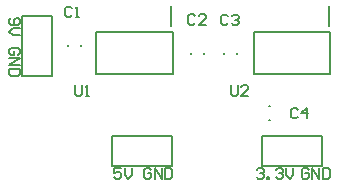
<source format=gto>
G04*
G04 #@! TF.GenerationSoftware,Altium Limited,Altium Designer,20.1.11 (218)*
G04*
G04 Layer_Color=65535*
%FSLAX25Y25*%
%MOIN*%
G70*
G04*
G04 #@! TF.SameCoordinates,065DB7FD-4843-4C92-90AC-568386BA0B10*
G04*
G04*
G04 #@! TF.FilePolarity,Positive*
G04*
G01*
G75*
%ADD10C,0.00787*%
%ADD11C,0.00700*%
D10*
X187500Y135000D02*
Y145000D01*
X167500Y135000D02*
X187500D01*
X167500D02*
Y145000D01*
X187500D01*
X237500Y135000D02*
Y145000D01*
X217500Y135000D02*
X237500D01*
X217500D02*
Y145000D01*
X237500D01*
X137500Y165000D02*
X147500D01*
X137500D02*
Y185000D01*
X147500D01*
Y165000D02*
Y185000D01*
X239803Y181457D02*
Y188347D01*
X214705Y179390D02*
X240295D01*
X214705Y165610D02*
Y179390D01*
Y165610D02*
X240295D01*
Y179390D01*
X187303Y181457D02*
Y188347D01*
X162205Y179390D02*
X187795D01*
X162205Y165610D02*
Y179390D01*
Y165610D02*
X187795D01*
Y179390D01*
X219803Y150236D02*
X220197D01*
X219803Y154764D02*
X220197D01*
X209264Y172161D02*
Y172555D01*
X204736Y172161D02*
Y172555D01*
X198264Y172303D02*
Y172697D01*
X193736Y172303D02*
Y172697D01*
X157264Y174803D02*
Y175197D01*
X152736Y174803D02*
Y175197D01*
D11*
X133783Y184300D02*
X133200Y183717D01*
Y182551D01*
X133783Y181967D01*
X136116D01*
X136699Y182551D01*
Y183717D01*
X136116Y184300D01*
X135533D01*
X134949Y183717D01*
Y181967D01*
X136699Y180801D02*
X134366D01*
X133200Y179635D01*
X134366Y178469D01*
X136699D01*
X233033Y133616D02*
X232449Y134199D01*
X231283D01*
X230700Y133616D01*
Y131283D01*
X231283Y130700D01*
X232449D01*
X233033Y131283D01*
Y132449D01*
X231866D01*
X234199Y130700D02*
Y134199D01*
X236531Y130700D01*
Y134199D01*
X237698D02*
Y130700D01*
X239447D01*
X240030Y131283D01*
Y133616D01*
X239447Y134199D01*
X237698D01*
X215700Y133616D02*
X216283Y134199D01*
X217449D01*
X218033Y133616D01*
Y133033D01*
X217449Y132449D01*
X216866D01*
X217449D01*
X218033Y131866D01*
Y131283D01*
X217449Y130700D01*
X216283D01*
X215700Y131283D01*
X219199Y130700D02*
Y131283D01*
X219782D01*
Y130700D01*
X219199D01*
X222115Y133616D02*
X222698Y134199D01*
X223864D01*
X224447Y133616D01*
Y133033D01*
X223864Y132449D01*
X223281D01*
X223864D01*
X224447Y131866D01*
Y131283D01*
X223864Y130700D01*
X222698D01*
X222115Y131283D01*
X225613Y134199D02*
Y131866D01*
X226780Y130700D01*
X227946Y131866D01*
Y134199D01*
X170533D02*
X168200D01*
Y132449D01*
X169366Y133033D01*
X169949D01*
X170533Y132449D01*
Y131283D01*
X169949Y130700D01*
X168783D01*
X168200Y131283D01*
X171699Y134199D02*
Y131866D01*
X172865Y130700D01*
X174031Y131866D01*
Y134199D01*
X180533Y133616D02*
X179949Y134199D01*
X178783D01*
X178200Y133616D01*
Y131283D01*
X178783Y130700D01*
X179949D01*
X180533Y131283D01*
Y132449D01*
X179366D01*
X181699Y130700D02*
Y134199D01*
X184031Y130700D01*
Y134199D01*
X185198D02*
Y130700D01*
X186947D01*
X187530Y131283D01*
Y133616D01*
X186947Y134199D01*
X185198D01*
X136116Y171967D02*
X136699Y172551D01*
Y173717D01*
X136116Y174300D01*
X133783D01*
X133200Y173717D01*
Y172551D01*
X133783Y171967D01*
X134949D01*
Y173134D01*
X133200Y170801D02*
X136699D01*
X133200Y168469D01*
X136699D01*
Y167302D02*
X133200D01*
Y165553D01*
X133783Y164970D01*
X136116D01*
X136699Y165553D01*
Y167302D01*
X229417Y153666D02*
X228834Y154249D01*
X227667D01*
X227084Y153666D01*
Y151334D01*
X227667Y150751D01*
X228834D01*
X229417Y151334D01*
X232333Y150751D02*
Y154249D01*
X230583Y152500D01*
X232916D01*
X206233Y184774D02*
X205649Y185357D01*
X204483D01*
X203900Y184774D01*
Y182441D01*
X204483Y181858D01*
X205649D01*
X206233Y182441D01*
X207399Y184774D02*
X207982Y185357D01*
X209148D01*
X209731Y184774D01*
Y184191D01*
X209148Y183608D01*
X208565D01*
X209148D01*
X209731Y183025D01*
Y182441D01*
X209148Y181858D01*
X207982D01*
X207399Y182441D01*
X195233Y184916D02*
X194649Y185499D01*
X193483D01*
X192900Y184916D01*
Y182583D01*
X193483Y182000D01*
X194649D01*
X195233Y182583D01*
X198731Y182000D02*
X196399D01*
X198731Y184333D01*
Y184916D01*
X198148Y185499D01*
X196982D01*
X196399Y184916D01*
X154233Y187416D02*
X153649Y187999D01*
X152483D01*
X151900Y187416D01*
Y185083D01*
X152483Y184500D01*
X153649D01*
X154233Y185083D01*
X155399Y184500D02*
X156565D01*
X155982D01*
Y187999D01*
X155399Y187416D01*
X207084Y161749D02*
Y158834D01*
X207667Y158251D01*
X208834D01*
X209417Y158834D01*
Y161749D01*
X212916Y158251D02*
X210583D01*
X212916Y160583D01*
Y161166D01*
X212333Y161749D01*
X211166D01*
X210583Y161166D01*
X155167Y161749D02*
Y158834D01*
X155751Y158251D01*
X156917D01*
X157500Y158834D01*
Y161749D01*
X158666Y158251D02*
X159833D01*
X159249D01*
Y161749D01*
X158666Y161166D01*
M02*

</source>
